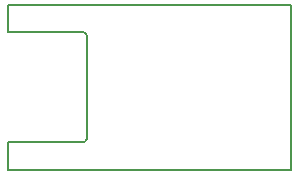
<source format=gbr>
G04 #@! TF.GenerationSoftware,KiCad,Pcbnew,5.1.1*
G04 #@! TF.CreationDate,2019-04-20T22:30:45+02:00*
G04 #@! TF.ProjectId,darling,6461726c-696e-4672-9e6b-696361645f70,rev?*
G04 #@! TF.SameCoordinates,Original*
G04 #@! TF.FileFunction,Profile,NP*
%FSLAX46Y46*%
G04 Gerber Fmt 4.6, Leading zero omitted, Abs format (unit mm)*
G04 Created by KiCad (PCBNEW 5.1.1) date 2019-04-20 22:30:45*
%MOMM*%
%LPD*%
G04 APERTURE LIST*
%ADD10C,0.150000*%
G04 APERTURE END LIST*
D10*
X123350000Y-118830000D02*
G75*
G02X123650000Y-119130000I0J-300000D01*
G01*
X123650000Y-127870000D02*
G75*
G02X123350000Y-128170000I-300000J0D01*
G01*
X123650000Y-119130000D02*
X123650000Y-127870000D01*
X117000000Y-118830000D02*
X123350000Y-118830000D01*
X117000000Y-128170000D02*
X123350000Y-128170000D01*
X117000000Y-130500000D02*
X117000000Y-128170000D01*
X141000000Y-130500000D02*
X117000000Y-130500000D01*
X141000000Y-116500000D02*
X141000000Y-130500000D01*
X117000000Y-116500000D02*
X141000000Y-116500000D01*
X117000000Y-118830000D02*
X117000000Y-116500000D01*
M02*

</source>
